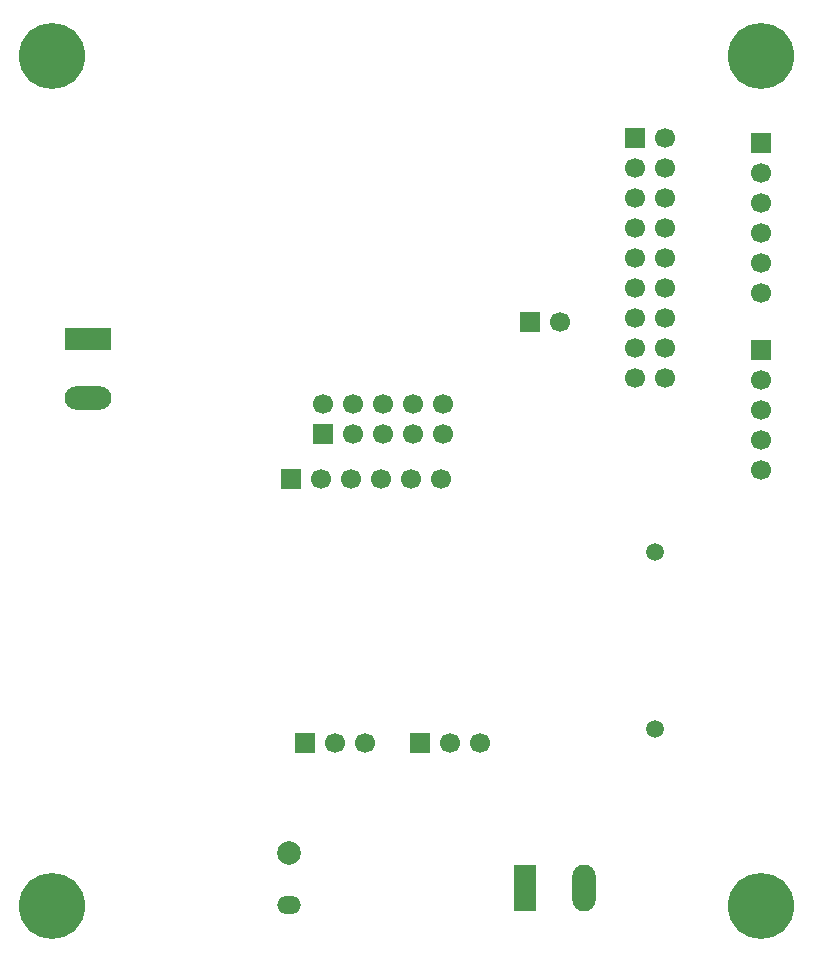
<source format=gbr>
%TF.GenerationSoftware,KiCad,Pcbnew,9.0.2*%
%TF.CreationDate,2025-10-26T15:03:13+01:00*%
%TF.ProjectId,onyks_iot_control_cabinet_pcb,6f6e796b-735f-4696-9f74-5f636f6e7472,rev?*%
%TF.SameCoordinates,Original*%
%TF.FileFunction,Soldermask,Bot*%
%TF.FilePolarity,Negative*%
%FSLAX46Y46*%
G04 Gerber Fmt 4.6, Leading zero omitted, Abs format (unit mm)*
G04 Created by KiCad (PCBNEW 9.0.2) date 2025-10-26 15:03:13*
%MOMM*%
%LPD*%
G01*
G04 APERTURE LIST*
%ADD10R,1.980000X3.960000*%
%ADD11O,1.980000X3.960000*%
%ADD12R,1.700000X1.700000*%
%ADD13C,1.700000*%
%ADD14O,2.000000X1.500000*%
%ADD15C,2.000000*%
%ADD16C,1.500000*%
%ADD17C,3.600000*%
%ADD18C,5.600000*%
%ADD19R,3.960000X1.980000*%
%ADD20O,3.960000X1.980000*%
G04 APERTURE END LIST*
D10*
%TO.C,J3*%
X200000000Y-118500000D03*
D11*
X205000000Y-118500000D03*
%TD*%
D12*
%TO.C,J10*%
X219964000Y-72898000D03*
D13*
X219964000Y-75438000D03*
X219964000Y-77978000D03*
X219964000Y-80518000D03*
X219964000Y-83058000D03*
%TD*%
D12*
%TO.C,J9*%
X209296000Y-54991000D03*
D13*
X211836000Y-54991000D03*
X209296000Y-57531000D03*
X211836000Y-57531000D03*
X209296000Y-60071000D03*
X211836000Y-60071000D03*
X209296000Y-62611000D03*
X211836000Y-62611000D03*
X209296000Y-65151000D03*
X211836000Y-65151000D03*
X209296000Y-67691000D03*
X211836000Y-67691000D03*
X209296000Y-70231000D03*
X211836000Y-70231000D03*
X209296000Y-72771000D03*
X211836000Y-72771000D03*
X209296000Y-75311000D03*
X211836000Y-75311000D03*
%TD*%
D14*
%TO.C,J4*%
X180000000Y-119900000D03*
D15*
X180000000Y-115500000D03*
%TD*%
D12*
%TO.C,J1*%
X182880000Y-80010000D03*
D13*
X182880000Y-77470000D03*
X185420000Y-80010000D03*
X185420000Y-77470000D03*
X187960000Y-80010000D03*
X187960000Y-77470000D03*
X190500000Y-80010000D03*
X190500000Y-77470000D03*
X193040000Y-80010000D03*
X193040000Y-77470000D03*
%TD*%
D12*
%TO.C,J8*%
X191135000Y-106172000D03*
D13*
X193675000Y-106172000D03*
X196215000Y-106172000D03*
%TD*%
D12*
%TO.C,J5*%
X181356000Y-106172000D03*
D13*
X183896000Y-106172000D03*
X186436000Y-106172000D03*
%TD*%
D16*
%TO.C,LS1*%
X211010000Y-105000000D03*
X211010000Y-90000000D03*
%TD*%
D17*
%TO.C,H1*%
X160000000Y-48000000D03*
D18*
X160000000Y-48000000D03*
%TD*%
D17*
%TO.C,H4*%
X220000000Y-120000000D03*
D18*
X220000000Y-120000000D03*
%TD*%
D19*
%TO.C,J6*%
X163000000Y-72000000D03*
D20*
X163000000Y-77000000D03*
%TD*%
D17*
%TO.C,H3*%
X160000000Y-120000000D03*
D18*
X160000000Y-120000000D03*
%TD*%
D12*
%TO.C,J11*%
X219964000Y-55372000D03*
D13*
X219964000Y-57912000D03*
X219964000Y-60452000D03*
X219964000Y-62992000D03*
X219964000Y-65532000D03*
X219964000Y-68072000D03*
%TD*%
D12*
%TO.C,J7*%
X200431400Y-70561200D03*
D13*
X202971400Y-70561200D03*
%TD*%
D12*
%TO.C,J2*%
X180213000Y-83820000D03*
D13*
X182753000Y-83820000D03*
X185293000Y-83820000D03*
X187833000Y-83820000D03*
X190373000Y-83820000D03*
X192913000Y-83820000D03*
%TD*%
D17*
%TO.C,H2*%
X220000000Y-48000000D03*
D18*
X220000000Y-48000000D03*
%TD*%
M02*

</source>
